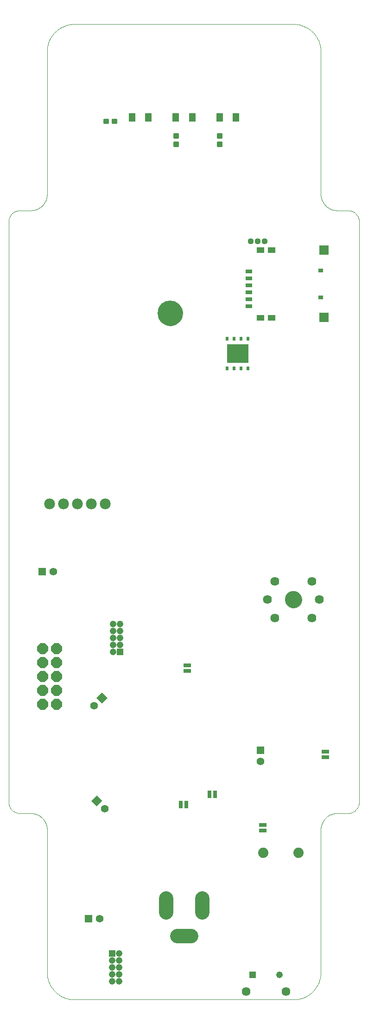
<source format=gbs>
G75*
%MOIN*%
%OFA0B0*%
%FSLAX24Y24*%
%IPPOS*%
%LPD*%
%AMOC8*
5,1,8,0,0,1.08239X$1,22.5*
%
%ADD10C,0.0000*%
%ADD11C,0.1812*%
%ADD12R,0.0290X0.0540*%
%ADD13C,0.0098*%
%ADD14R,0.0476X0.0476*%
%ADD15C,0.0476*%
%ADD16C,0.1045*%
%ADD17C,0.0780*%
%ADD18OC8,0.0780*%
%ADD19C,0.0640*%
%ADD20C,0.1221*%
%ADD21R,0.0560X0.0560*%
%ADD22C,0.0560*%
%ADD23R,0.0512X0.0591*%
%ADD24R,0.0552X0.0434*%
%ADD25R,0.0493X0.0296*%
%ADD26R,0.0709X0.0670*%
%ADD27R,0.0355X0.0253*%
%ADD28C,0.0440*%
%ADD29R,0.0197X0.0316*%
%ADD30R,0.1575X0.1379*%
%ADD31C,0.0634*%
%ADD32R,0.0540X0.0290*%
%ADD33C,0.0740*%
%ADD34R,0.0560X0.0560*%
D10*
X012441Y018570D02*
X013229Y018570D01*
X013295Y018568D01*
X013361Y018563D01*
X013427Y018553D01*
X013492Y018540D01*
X013556Y018524D01*
X013619Y018504D01*
X013681Y018480D01*
X013741Y018453D01*
X013800Y018423D01*
X013857Y018389D01*
X013912Y018352D01*
X013965Y018312D01*
X014016Y018270D01*
X014064Y018224D01*
X014110Y018176D01*
X014152Y018125D01*
X014192Y018072D01*
X014229Y018017D01*
X014263Y017960D01*
X014293Y017901D01*
X014320Y017841D01*
X014344Y017779D01*
X014364Y017716D01*
X014380Y017652D01*
X014393Y017587D01*
X014403Y017521D01*
X014408Y017455D01*
X014410Y017389D01*
X014410Y007153D01*
X014409Y007153D02*
X014411Y007067D01*
X014416Y006981D01*
X014426Y006896D01*
X014439Y006811D01*
X014456Y006727D01*
X014476Y006643D01*
X014500Y006561D01*
X014528Y006480D01*
X014559Y006399D01*
X014593Y006321D01*
X014631Y006244D01*
X014673Y006169D01*
X014717Y006095D01*
X014765Y006024D01*
X014816Y005954D01*
X014870Y005887D01*
X014926Y005823D01*
X014986Y005761D01*
X015048Y005701D01*
X015112Y005645D01*
X015179Y005591D01*
X015249Y005540D01*
X015320Y005492D01*
X015393Y005448D01*
X015469Y005406D01*
X015546Y005368D01*
X015624Y005334D01*
X015705Y005303D01*
X015786Y005275D01*
X015868Y005251D01*
X015952Y005231D01*
X016036Y005214D01*
X016121Y005201D01*
X016206Y005191D01*
X016292Y005186D01*
X016378Y005184D01*
X016378Y005185D02*
X032126Y005185D01*
X032126Y005184D02*
X032212Y005186D01*
X032298Y005191D01*
X032383Y005201D01*
X032468Y005214D01*
X032552Y005231D01*
X032636Y005251D01*
X032718Y005275D01*
X032799Y005303D01*
X032880Y005334D01*
X032958Y005368D01*
X033035Y005406D01*
X033111Y005448D01*
X033184Y005492D01*
X033255Y005540D01*
X033325Y005591D01*
X033392Y005645D01*
X033456Y005701D01*
X033518Y005761D01*
X033578Y005823D01*
X033634Y005887D01*
X033688Y005954D01*
X033739Y006024D01*
X033787Y006095D01*
X033831Y006168D01*
X033873Y006244D01*
X033911Y006321D01*
X033945Y006399D01*
X033976Y006480D01*
X034004Y006561D01*
X034028Y006643D01*
X034048Y006727D01*
X034065Y006811D01*
X034078Y006896D01*
X034088Y006981D01*
X034093Y007067D01*
X034095Y007153D01*
X034095Y017389D01*
X034097Y017455D01*
X034102Y017521D01*
X034112Y017587D01*
X034125Y017652D01*
X034141Y017716D01*
X034161Y017779D01*
X034185Y017841D01*
X034212Y017901D01*
X034242Y017960D01*
X034276Y018017D01*
X034313Y018072D01*
X034353Y018125D01*
X034395Y018176D01*
X034441Y018224D01*
X034489Y018270D01*
X034540Y018312D01*
X034593Y018352D01*
X034648Y018389D01*
X034705Y018423D01*
X034764Y018453D01*
X034824Y018480D01*
X034886Y018504D01*
X034949Y018524D01*
X035013Y018540D01*
X035078Y018553D01*
X035144Y018563D01*
X035210Y018568D01*
X035276Y018570D01*
X036063Y018570D01*
X036063Y018571D02*
X036117Y018573D01*
X036170Y018578D01*
X036223Y018587D01*
X036275Y018600D01*
X036327Y018616D01*
X036377Y018636D01*
X036425Y018659D01*
X036472Y018686D01*
X036517Y018715D01*
X036560Y018748D01*
X036600Y018783D01*
X036638Y018821D01*
X036673Y018861D01*
X036706Y018904D01*
X036735Y018949D01*
X036762Y018996D01*
X036785Y019044D01*
X036805Y019094D01*
X036821Y019146D01*
X036834Y019198D01*
X036843Y019251D01*
X036848Y019304D01*
X036850Y019358D01*
X036851Y019358D02*
X036851Y061090D01*
X036850Y061090D02*
X036848Y061144D01*
X036843Y061197D01*
X036834Y061250D01*
X036821Y061302D01*
X036805Y061354D01*
X036785Y061404D01*
X036762Y061452D01*
X036735Y061499D01*
X036706Y061544D01*
X036673Y061587D01*
X036638Y061627D01*
X036600Y061665D01*
X036560Y061700D01*
X036517Y061733D01*
X036472Y061762D01*
X036425Y061789D01*
X036377Y061812D01*
X036327Y061832D01*
X036275Y061848D01*
X036223Y061861D01*
X036170Y061870D01*
X036117Y061875D01*
X036063Y061877D01*
X036063Y061878D02*
X035276Y061878D01*
X035210Y061880D01*
X035144Y061885D01*
X035078Y061895D01*
X035013Y061908D01*
X034949Y061924D01*
X034886Y061944D01*
X034824Y061968D01*
X034764Y061995D01*
X034705Y062025D01*
X034648Y062059D01*
X034593Y062096D01*
X034540Y062136D01*
X034489Y062178D01*
X034441Y062224D01*
X034395Y062272D01*
X034353Y062323D01*
X034313Y062376D01*
X034276Y062431D01*
X034242Y062488D01*
X034212Y062547D01*
X034185Y062607D01*
X034161Y062669D01*
X034141Y062732D01*
X034125Y062796D01*
X034112Y062861D01*
X034102Y062927D01*
X034097Y062993D01*
X034095Y063059D01*
X034095Y073295D01*
X034093Y073381D01*
X034088Y073467D01*
X034078Y073552D01*
X034065Y073637D01*
X034048Y073721D01*
X034028Y073805D01*
X034004Y073887D01*
X033976Y073968D01*
X033945Y074049D01*
X033911Y074127D01*
X033873Y074204D01*
X033831Y074280D01*
X033787Y074353D01*
X033739Y074424D01*
X033688Y074494D01*
X033634Y074561D01*
X033578Y074625D01*
X033518Y074687D01*
X033456Y074747D01*
X033392Y074803D01*
X033325Y074857D01*
X033255Y074908D01*
X033184Y074956D01*
X033111Y075000D01*
X033035Y075042D01*
X032958Y075080D01*
X032880Y075114D01*
X032799Y075145D01*
X032718Y075173D01*
X032636Y075197D01*
X032552Y075217D01*
X032468Y075234D01*
X032383Y075247D01*
X032298Y075257D01*
X032212Y075262D01*
X032126Y075264D01*
X032126Y075263D02*
X016378Y075263D01*
X016378Y075264D02*
X016292Y075262D01*
X016206Y075257D01*
X016121Y075247D01*
X016036Y075234D01*
X015952Y075217D01*
X015868Y075197D01*
X015786Y075173D01*
X015705Y075145D01*
X015624Y075114D01*
X015546Y075080D01*
X015469Y075042D01*
X015394Y075000D01*
X015320Y074956D01*
X015249Y074908D01*
X015179Y074857D01*
X015112Y074803D01*
X015048Y074747D01*
X014986Y074687D01*
X014926Y074625D01*
X014870Y074561D01*
X014816Y074494D01*
X014765Y074424D01*
X014717Y074353D01*
X014673Y074280D01*
X014631Y074204D01*
X014593Y074127D01*
X014559Y074049D01*
X014528Y073968D01*
X014500Y073887D01*
X014476Y073805D01*
X014456Y073721D01*
X014439Y073637D01*
X014426Y073552D01*
X014416Y073467D01*
X014411Y073381D01*
X014409Y073295D01*
X014410Y073295D02*
X014410Y063059D01*
X014408Y062993D01*
X014403Y062927D01*
X014393Y062861D01*
X014380Y062796D01*
X014364Y062732D01*
X014344Y062669D01*
X014320Y062607D01*
X014293Y062547D01*
X014263Y062488D01*
X014229Y062431D01*
X014192Y062376D01*
X014152Y062323D01*
X014110Y062272D01*
X014064Y062224D01*
X014016Y062178D01*
X013965Y062136D01*
X013912Y062096D01*
X013857Y062059D01*
X013800Y062025D01*
X013741Y061995D01*
X013681Y061968D01*
X013619Y061944D01*
X013556Y061924D01*
X013492Y061908D01*
X013427Y061895D01*
X013361Y061885D01*
X013295Y061880D01*
X013229Y061878D01*
X012441Y061878D01*
X012441Y061877D02*
X012387Y061875D01*
X012334Y061870D01*
X012281Y061861D01*
X012229Y061848D01*
X012177Y061832D01*
X012127Y061812D01*
X012079Y061789D01*
X012032Y061762D01*
X011987Y061733D01*
X011944Y061700D01*
X011904Y061665D01*
X011866Y061627D01*
X011831Y061587D01*
X011798Y061544D01*
X011769Y061499D01*
X011742Y061452D01*
X011719Y061404D01*
X011699Y061354D01*
X011683Y061302D01*
X011670Y061250D01*
X011661Y061197D01*
X011656Y061144D01*
X011654Y061090D01*
X011654Y019358D01*
X011656Y019304D01*
X011661Y019251D01*
X011670Y019198D01*
X011683Y019146D01*
X011699Y019094D01*
X011719Y019044D01*
X011742Y018996D01*
X011769Y018949D01*
X011798Y018904D01*
X011831Y018861D01*
X011866Y018821D01*
X011904Y018783D01*
X011944Y018748D01*
X011987Y018715D01*
X012032Y018686D01*
X012079Y018659D01*
X012127Y018636D01*
X012177Y018616D01*
X012229Y018600D01*
X012281Y018587D01*
X012334Y018578D01*
X012387Y018573D01*
X012441Y018571D01*
X031535Y033925D02*
X031537Y033973D01*
X031543Y034021D01*
X031553Y034068D01*
X031566Y034114D01*
X031584Y034159D01*
X031604Y034203D01*
X031629Y034245D01*
X031657Y034284D01*
X031687Y034321D01*
X031721Y034355D01*
X031758Y034387D01*
X031796Y034416D01*
X031837Y034441D01*
X031880Y034463D01*
X031925Y034481D01*
X031971Y034495D01*
X032018Y034506D01*
X032066Y034513D01*
X032114Y034516D01*
X032162Y034515D01*
X032210Y034510D01*
X032258Y034501D01*
X032304Y034489D01*
X032349Y034472D01*
X032393Y034452D01*
X032435Y034429D01*
X032475Y034402D01*
X032513Y034372D01*
X032548Y034339D01*
X032580Y034303D01*
X032610Y034265D01*
X032636Y034224D01*
X032658Y034181D01*
X032678Y034137D01*
X032693Y034092D01*
X032705Y034045D01*
X032713Y033997D01*
X032717Y033949D01*
X032717Y033901D01*
X032713Y033853D01*
X032705Y033805D01*
X032693Y033758D01*
X032678Y033713D01*
X032658Y033669D01*
X032636Y033626D01*
X032610Y033585D01*
X032580Y033547D01*
X032548Y033511D01*
X032513Y033478D01*
X032475Y033448D01*
X032435Y033421D01*
X032393Y033398D01*
X032349Y033378D01*
X032304Y033361D01*
X032258Y033349D01*
X032210Y033340D01*
X032162Y033335D01*
X032114Y033334D01*
X032066Y033337D01*
X032018Y033344D01*
X031971Y033355D01*
X031925Y033369D01*
X031880Y033387D01*
X031837Y033409D01*
X031796Y033434D01*
X031758Y033463D01*
X031721Y033495D01*
X031687Y033529D01*
X031657Y033566D01*
X031629Y033605D01*
X031604Y033647D01*
X031584Y033691D01*
X031566Y033736D01*
X031553Y033782D01*
X031543Y033829D01*
X031537Y033877D01*
X031535Y033925D01*
X022382Y054496D02*
X022384Y054555D01*
X022390Y054614D01*
X022400Y054672D01*
X022413Y054730D01*
X022431Y054787D01*
X022452Y054842D01*
X022477Y054896D01*
X022506Y054948D01*
X022538Y054997D01*
X022573Y055045D01*
X022611Y055090D01*
X022652Y055133D01*
X022696Y055173D01*
X022742Y055209D01*
X022791Y055243D01*
X022842Y055273D01*
X022895Y055300D01*
X022950Y055323D01*
X023005Y055342D01*
X023063Y055358D01*
X023121Y055370D01*
X023179Y055378D01*
X023238Y055382D01*
X023298Y055382D01*
X023357Y055378D01*
X023415Y055370D01*
X023473Y055358D01*
X023531Y055342D01*
X023586Y055323D01*
X023641Y055300D01*
X023694Y055273D01*
X023745Y055243D01*
X023794Y055209D01*
X023840Y055173D01*
X023884Y055133D01*
X023925Y055090D01*
X023963Y055045D01*
X023998Y054997D01*
X024030Y054948D01*
X024059Y054896D01*
X024084Y054842D01*
X024105Y054787D01*
X024123Y054730D01*
X024136Y054672D01*
X024146Y054614D01*
X024152Y054555D01*
X024154Y054496D01*
X024152Y054437D01*
X024146Y054378D01*
X024136Y054320D01*
X024123Y054262D01*
X024105Y054205D01*
X024084Y054150D01*
X024059Y054096D01*
X024030Y054044D01*
X023998Y053995D01*
X023963Y053947D01*
X023925Y053902D01*
X023884Y053859D01*
X023840Y053819D01*
X023794Y053783D01*
X023745Y053749D01*
X023694Y053719D01*
X023641Y053692D01*
X023586Y053669D01*
X023531Y053650D01*
X023473Y053634D01*
X023415Y053622D01*
X023357Y053614D01*
X023298Y053610D01*
X023238Y053610D01*
X023179Y053614D01*
X023121Y053622D01*
X023063Y053634D01*
X023005Y053650D01*
X022950Y053669D01*
X022895Y053692D01*
X022842Y053719D01*
X022791Y053749D01*
X022742Y053783D01*
X022696Y053819D01*
X022652Y053859D01*
X022611Y053902D01*
X022573Y053947D01*
X022538Y053995D01*
X022506Y054044D01*
X022477Y054096D01*
X022452Y054150D01*
X022431Y054205D01*
X022413Y054262D01*
X022400Y054320D01*
X022390Y054378D01*
X022384Y054437D01*
X022382Y054496D01*
D11*
X023268Y054496D03*
D12*
X026099Y019948D03*
X026499Y019948D03*
X024433Y019200D03*
X024033Y019200D03*
D13*
X023808Y066510D02*
X023808Y066802D01*
X023808Y066510D02*
X023516Y066510D01*
X023516Y066802D01*
X023808Y066802D01*
X023808Y066607D02*
X023516Y066607D01*
X023516Y066704D02*
X023808Y066704D01*
X023808Y066801D02*
X023516Y066801D01*
X023808Y067110D02*
X023808Y067402D01*
X023808Y067110D02*
X023516Y067110D01*
X023516Y067402D01*
X023808Y067402D01*
X023808Y067207D02*
X023516Y067207D01*
X023516Y067304D02*
X023808Y067304D01*
X023808Y067401D02*
X023516Y067401D01*
X026957Y067402D02*
X026957Y067110D01*
X026665Y067110D01*
X026665Y067402D01*
X026957Y067402D01*
X026957Y067207D02*
X026665Y067207D01*
X026665Y067304D02*
X026957Y067304D01*
X026957Y067401D02*
X026665Y067401D01*
X026957Y066802D02*
X026957Y066510D01*
X026665Y066510D01*
X026665Y066802D01*
X026957Y066802D01*
X026957Y066607D02*
X026665Y066607D01*
X026665Y066704D02*
X026957Y066704D01*
X026957Y066801D02*
X026665Y066801D01*
X019383Y068149D02*
X019091Y068149D01*
X019091Y068441D01*
X019383Y068441D01*
X019383Y068149D01*
X019383Y068246D02*
X019091Y068246D01*
X019091Y068343D02*
X019383Y068343D01*
X019383Y068440D02*
X019091Y068440D01*
X018783Y068149D02*
X018491Y068149D01*
X018491Y068441D01*
X018783Y068441D01*
X018783Y068149D01*
X018783Y068246D02*
X018491Y068246D01*
X018491Y068343D02*
X018783Y068343D01*
X018783Y068440D02*
X018491Y068440D01*
D14*
X019660Y030169D03*
X019081Y008507D03*
X029203Y006956D03*
D15*
X031112Y006956D03*
X019581Y007007D03*
X019581Y006507D03*
X019081Y006507D03*
X019081Y007007D03*
X019081Y007507D03*
X019581Y007507D03*
X019581Y008007D03*
X019081Y008007D03*
X019581Y008507D03*
X019160Y030169D03*
X019160Y030669D03*
X019660Y030669D03*
X019660Y031169D03*
X019660Y031669D03*
X019660Y032169D03*
X019160Y032169D03*
X019160Y031669D03*
X019160Y031169D03*
D16*
X022948Y012476D02*
X022948Y011471D01*
X023745Y009774D02*
X024750Y009774D01*
X025548Y011471D02*
X025548Y012476D01*
D17*
X018607Y040815D03*
X017607Y040815D03*
X016607Y040815D03*
X015607Y040815D03*
X014607Y040815D03*
D18*
X015107Y030413D03*
X015107Y029413D03*
X015107Y028413D03*
X015107Y027413D03*
X015107Y026413D03*
X014107Y026413D03*
X014107Y027413D03*
X014107Y028413D03*
X014107Y029413D03*
X014107Y030413D03*
D19*
X030256Y033925D03*
X030807Y035244D03*
X030807Y032606D03*
X033445Y032606D03*
X033996Y033925D03*
X033445Y035244D03*
D20*
X032126Y033925D03*
D21*
G36*
X017959Y026865D02*
X018354Y027260D01*
X018749Y026865D01*
X018354Y026470D01*
X017959Y026865D01*
G37*
G36*
X017975Y019078D02*
X017580Y019473D01*
X017975Y019868D01*
X018370Y019473D01*
X017975Y019078D01*
G37*
D22*
X018541Y018908D03*
X017788Y026299D03*
X014849Y035933D03*
X029764Y022311D03*
X018196Y011011D03*
D23*
X020512Y068570D03*
X021693Y068570D03*
X023662Y068570D03*
X024843Y068570D03*
X026811Y068570D03*
X027992Y068570D03*
D24*
X029764Y059043D03*
X030551Y059043D03*
X030551Y054173D03*
X029764Y054173D03*
D25*
X028910Y054990D03*
X028910Y055490D03*
X028910Y055990D03*
X028910Y056490D03*
X028910Y056990D03*
X028910Y057490D03*
D26*
X034315Y059019D03*
X034315Y054196D03*
D27*
X034087Y055637D03*
X034087Y057574D03*
D28*
X030055Y059673D03*
X029555Y059673D03*
X029055Y059673D03*
D29*
X028860Y052665D03*
X028360Y052665D03*
X027860Y052665D03*
X027360Y052665D03*
X027360Y050539D03*
X027860Y050539D03*
X028360Y050539D03*
X028860Y050539D03*
D30*
X028110Y051602D03*
D31*
X028740Y005775D03*
X031575Y005775D03*
D32*
X029922Y017347D03*
X029922Y017747D03*
X034410Y022583D03*
X034410Y022983D03*
X024488Y028804D03*
X024488Y029204D03*
D33*
X029941Y015736D03*
X032500Y015736D03*
D34*
X029764Y023098D03*
X017396Y011011D03*
X014049Y035933D03*
M02*

</source>
